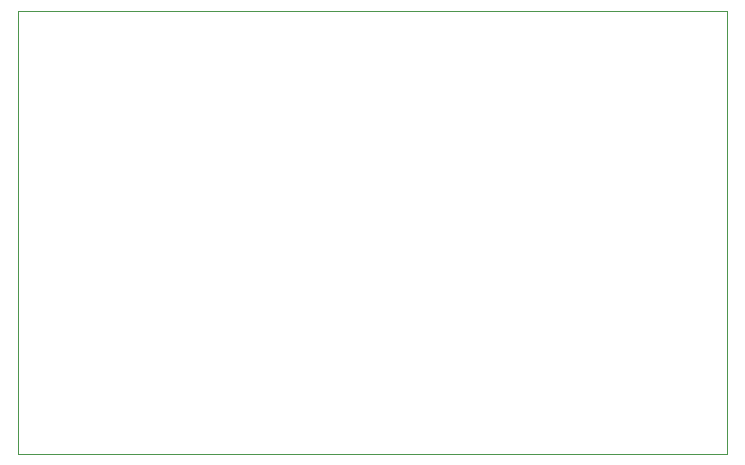
<source format=gbr>
G04 #@! TF.GenerationSoftware,KiCad,Pcbnew,(5.1.5)-3*
G04 #@! TF.CreationDate,2020-02-17T19:36:34-06:00*
G04 #@! TF.ProjectId,ledgrid_programmer,6c656467-7269-4645-9f70-726f6772616d,rev?*
G04 #@! TF.SameCoordinates,Original*
G04 #@! TF.FileFunction,Profile,NP*
%FSLAX46Y46*%
G04 Gerber Fmt 4.6, Leading zero omitted, Abs format (unit mm)*
G04 Created by KiCad (PCBNEW (5.1.5)-3) date 2020-02-17 19:36:34*
%MOMM*%
%LPD*%
G04 APERTURE LIST*
%ADD10C,0.050000*%
G04 APERTURE END LIST*
D10*
X77500000Y-110000000D02*
X77500000Y-72500000D01*
X137500000Y-110000000D02*
X77500000Y-110000000D01*
X137500000Y-72500000D02*
X137500000Y-110000000D01*
X77500000Y-72500000D02*
X137500000Y-72500000D01*
M02*

</source>
